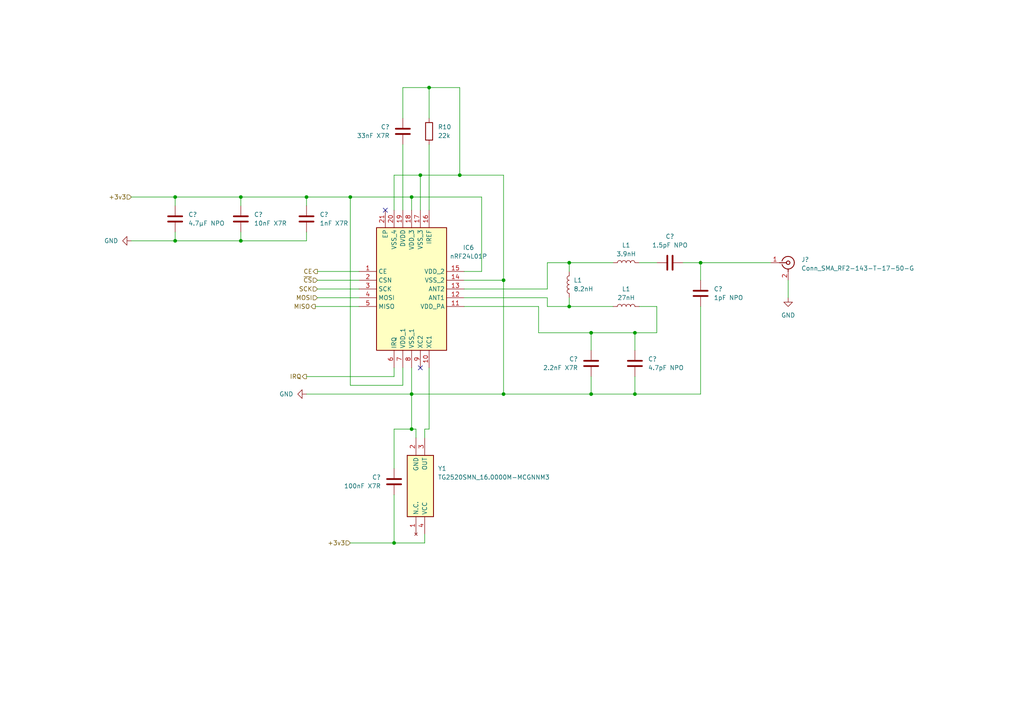
<source format=kicad_sch>
(kicad_sch (version 20230121) (generator eeschema)
  (paper "A4")
  (lib_symbols
    (symbol "Device:C" (pin_numbers hide) (pin_names (offset 0.254))
      (property "Reference" "C" (at 0.635 2.54 0))
      (property "Value" "C" (at 0.635 -2.54 0))
      (symbol "C_0_1"
        (polyline (pts (xy -2.032 -0.762) (xy 2.032 -0.762)) (stroke (width 0.508)))
        (polyline (pts (xy -2.032 0.762) (xy 2.032 0.762)) (stroke (width 0.508)))
      )
      (symbol "C_1_1"
        (pin passive line (at 0 3.81 270) (length 2.794) (name "~") (number "1"))
        (pin passive line (at 0 -3.81 90) (length 2.794) (name "~") (number "2"))
      )
    )
    (symbol "Device:L" (pin_numbers hide) (pin_names (offset 1.016) hide)
      (property "Reference" "L" (at -1.27 0 90))
      (property "Value" "L" (at 1.905 0 90))
      (symbol "L_0_1"
        (arc (start 0 -2.54) (mid 0.6323 -1.905) (end 0 -1.27))
        (arc (start 0 -1.27) (mid 0.6323 -0.635) (end 0 0))
        (arc (start 0 0) (mid 0.6323 0.635) (end 0 1.27))
        (arc (start 0 1.27) (mid 0.6323 1.905) (end 0 2.54))
      )
      (symbol "L_1_1"
        (pin passive line (at 0 3.81 270) (length 1.27) (name "1") (number "1"))
        (pin passive line (at 0 -3.81 90) (length 1.27) (name "2") (number "2"))
      )
    )
    (symbol "Device:R" (pin_numbers hide) (pin_names (offset 0))
      (property "Reference" "R" (at 2.032 0 90))
      (property "Value" "R" (at 0 0 90))
      (symbol "R_0_1"
        (rectangle (start -1.016 -2.54) (end 1.016 2.54) (stroke (width 0.254)))
      )
      (symbol "R_1_1"
        (pin passive line (at 0 3.81 270) (length 1.27) (name "~") (number "1"))
        (pin passive line (at 0 -3.81 90) (length 1.27) (name "~") (number "2"))
      )
    )
    (symbol "Downloads:Conn_SMA_RF2-143-T-17-50-G" (pin_names hide)
      (property "Reference" "J" (at 20.32 0 0))
      (property "Value" "Conn_SMA_RF2-143-T-17-50-G" (at 20.32 -2.54 0))
      (symbol "Conn_SMA_RF2-143-T-17-50-G_1_1"
        (polyline (pts (xy 2.54 0) (xy 4.572 0)) (stroke (width 0.254)))
        (polyline (pts (xy 5.08 -2.54) (xy 5.08 -1.778)) (stroke (width 0.254)))
        (arc (start 3.302 -0.508) (mid 5.302 -1.808) (end 6.858 0) (stroke (width 0.254)))
        (circle (center 5.08 0) (radius 0.508) (stroke (width 0.254)))
        (arc (start 6.858 0) (mid 5.302 1.8083) (end 3.302 0.508) (stroke (width 0.254)))
        (pin passive line (at 0 0 0) (length 2.54) (name "1") (number "1"))
        (pin passive line (at 5.08 -5.08 90) (length 2.54) (name "2") (number "2"))
      )
    )
    (symbol "Downloads:TG2520SMN_16.0000M-MCGNNM3"
      (property "Reference" "Y" (at 24.13 7.62 0))
      (property "Value" "TG2520SMN_16.0000M-MCGNNM3" (at 24.13 5.08 0))
      (symbol "TG2520SMN_16.0000M-MCGNNM3_1_1"
        (rectangle (start 5.08 2.54) (end 22.86 -5.08) (stroke (width 0.254)) (fill (type background)))
        (pin no_connect line (at 0 -2.54 0) (length 5.08) (name "N.C.") (number "1"))
        (pin passive line (at 27.94 -2.54 180) (length 5.08) (name "GND") (number "2"))
        (pin passive line (at 27.94 0 180) (length 5.08) (name "OUT") (number "3"))
        (pin passive line (at 0 0 0) (length 5.08) (name "VCC") (number "4"))
      )
    )
    (symbol "Downloads:nRF24L01P"
      (property "Reference" "IC" (at 26.67 17.78 0))
      (property "Value" "nRF24L01P" (at 26.67 15.24 0))
      (symbol "nRF24L01P_1_1"
        (rectangle (start 5.08 12.7) (end 25.4 -22.86) (stroke (width 0.254)) (fill (type background)))
        (pin passive line (at 0 0 0) (length 5.08) (name "CE") (number "1"))
        (pin passive line (at 20.32 -27.94 90) (length 5.08) (name "XC1") (number "10"))
        (pin power_in line (at 30.48 -10.16 180) (length 5.08) (name "VDD_PA") (number "11"))
        (pin passive line (at 30.48 -7.62 180) (length 5.08) (name "ANT1") (number "12"))
        (pin passive line (at 30.48 -5.08 180) (length 5.08) (name "ANT2") (number "13"))
        (pin power_in line (at 30.48 -2.54 180) (length 5.08) (name "VSS_2") (number "14"))
        (pin power_in line (at 30.48 0 180) (length 5.08) (name "VDD_2") (number "15"))
        (pin input line (at 20.32 17.78 270) (length 5.08) (name "IREF") (number "16"))
        (pin power_in line (at 17.78 17.78 270) (length 5.08) (name "VSS_3") (number "17"))
        (pin power_in line (at 15.24 17.78 270) (length 5.08) (name "VDD_3") (number "18"))
        (pin power_in line (at 12.7 17.78 270) (length 5.08) (name "DVDD") (number "19"))
        (pin input line (at 0 -2.54 0) (length 5.08) (name "CSN") (number "2"))
        (pin power_in line (at 10.16 17.78 270) (length 5.08) (name "VSS_4") (number "20"))
        (pin passive line (at 7.62 17.78 270) (length 5.08) (name "EP") (number "21"))
        (pin passive line (at 0 -5.08 0) (length 5.08) (name "SCK") (number "3"))
        (pin passive line (at 0 -7.62 0) (length 5.08) (name "MOSI") (number "4"))
        (pin passive line (at 0 -10.16 0) (length 5.08) (name "MISO") (number "5"))
        (pin passive line (at 10.16 -27.94 90) (length 5.08) (name "IRQ") (number "6"))
        (pin power_in line (at 12.7 -27.94 90) (length 5.08) (name "VDD_1") (number "7"))
        (pin power_in line (at 15.24 -27.94 90) (length 5.08) (name "VSS_1") (number "8"))
        (pin passive line (at 17.78 -27.94 90) (length 5.08) (name "XC2") (number "9"))
      )
    )
    (symbol "power:GND" (power) (pin_names (offset 0))
      (property "Value" "GND" (at 0 -3.81 0))
      (symbol "GND_0_1"
        (polyline (pts (xy 0 0) (xy 0 -1.27) (xy 1.27 -1.27) (xy 0 -2.54) (xy -1.27 -1.27) (xy 0 -1.27)))
      )
      (symbol "GND_1_1"
        (pin power_in line (at 0 0 270) (length 0) hide (name "GND") (number "1"))
      )
    )
  )
  (junction (at 101.6 57.15))
  (junction (at 165.1 76.2))
  (junction (at 114.3 157.48))
  (junction (at 69.85 57.15))
  (junction (at 171.45 96.52))
  (junction (at 124.46 25.4))
  (junction (at 121.92 50.8))
  (junction (at 203.2 76.2))
  (junction (at 50.8 69.85))
  (junction (at 119.38 57.15))
  (junction (at 184.15 114.3))
  (junction (at 146.05 81.28))
  (junction (at 133.35 50.8))
  (junction (at 184.15 96.52))
  (junction (at 50.8 57.15))
  (junction (at 165.1 88.9))
  (junction (at 88.9 57.15))
  (junction (at 146.05 114.3))
  (junction (at 171.45 114.3))
  (junction (at 119.38 124.46))
  (junction (at 69.85 69.85))
  (junction (at 119.38 114.3))
  (no_connect (at 121.92 106.68))
  (no_connect (at 111.76 60.96))
  (wire (pts (xy 156.21 96.52) (xy 171.45 96.52)))
  (wire (pts (xy 38.1 69.85) (xy 50.8 69.85)))
  (wire (pts (xy 114.3 109.22) (xy 114.3 106.68)))
  (wire (pts (xy 114.3 157.48) (xy 123.19 157.48)))
  (wire (pts (xy 134.62 86.36) (xy 158.75 86.36)))
  (wire (pts (xy 69.85 69.85) (xy 88.9 69.85)))
  (wire (pts (xy 120.65 124.46) (xy 120.65 127)))
  (wire (pts (xy 165.1 86.36) (xy 165.1 88.9)))
  (wire (pts (xy 119.38 114.3) (xy 119.38 106.68)))
  (wire (pts (xy 116.84 25.4) (xy 124.46 25.4)))
  (wire (pts (xy 184.15 114.3) (xy 203.2 114.3)))
  (wire (pts (xy 88.9 57.15) (xy 88.9 59.69)))
  (wire (pts (xy 92.075 83.82) (xy 104.14 83.82)))
  (wire (pts (xy 50.8 69.85) (xy 69.85 69.85)))
  (wire (pts (xy 121.92 50.8) (xy 121.92 60.96)))
  (wire (pts (xy 119.38 57.15) (xy 139.7 57.15)))
  (wire (pts (xy 198.12 76.2) (xy 203.2 76.2)))
  (wire (pts (xy 185.42 88.9) (xy 190.5 88.9)))
  (wire (pts (xy 185.42 76.2) (xy 190.5 76.2)))
  (wire (pts (xy 116.84 111.76) (xy 101.6 111.76)))
  (wire (pts (xy 91.44 88.9) (xy 104.14 88.9)))
  (wire (pts (xy 116.84 41.91) (xy 116.84 60.96)))
  (wire (pts (xy 88.9 69.85) (xy 88.9 67.31)))
  (wire (pts (xy 203.2 76.2) (xy 203.2 81.28)))
  (wire (pts (xy 171.45 96.52) (xy 171.45 101.6)))
  (wire (pts (xy 146.05 81.28) (xy 146.05 114.3)))
  (wire (pts (xy 139.7 78.74) (xy 134.62 78.74)))
  (wire (pts (xy 184.15 96.52) (xy 171.45 96.52)))
  (wire (pts (xy 114.3 50.8) (xy 121.92 50.8)))
  (wire (pts (xy 190.5 88.9) (xy 190.5 96.52)))
  (wire (pts (xy 123.19 124.46) (xy 123.19 127)))
  (wire (pts (xy 134.62 88.9) (xy 156.21 88.9)))
  (wire (pts (xy 146.05 114.3) (xy 119.38 114.3)))
  (wire (pts (xy 116.84 34.29) (xy 116.84 25.4)))
  (wire (pts (xy 158.75 88.9) (xy 165.1 88.9)))
  (wire (pts (xy 124.46 124.46) (xy 123.19 124.46)))
  (wire (pts (xy 88.9 114.3) (xy 119.38 114.3)))
  (wire (pts (xy 190.5 96.52) (xy 184.15 96.52)))
  (wire (pts (xy 158.75 86.36) (xy 158.75 88.9)))
  (wire (pts (xy 50.8 57.15) (xy 50.8 59.69)))
  (wire (pts (xy 119.38 124.46) (xy 120.65 124.46)))
  (wire (pts (xy 101.6 57.15) (xy 101.6 111.76)))
  (wire (pts (xy 158.75 76.2) (xy 165.1 76.2)))
  (wire (pts (xy 158.75 83.82) (xy 158.75 76.2)))
  (wire (pts (xy 165.1 76.2) (xy 165.1 78.74)))
  (wire (pts (xy 114.3 50.8) (xy 114.3 60.96)))
  (wire (pts (xy 124.46 106.68) (xy 124.46 124.46)))
  (wire (pts (xy 123.19 157.48) (xy 123.19 154.94)))
  (wire (pts (xy 124.46 41.91) (xy 124.46 60.96)))
  (wire (pts (xy 38.1 57.15) (xy 50.8 57.15)))
  (wire (pts (xy 134.62 83.82) (xy 158.75 83.82)))
  (wire (pts (xy 165.1 88.9) (xy 177.8 88.9)))
  (wire (pts (xy 114.3 143.51) (xy 114.3 157.48)))
  (wire (pts (xy 88.9 109.22) (xy 114.3 109.22)))
  (wire (pts (xy 139.7 57.15) (xy 139.7 78.74)))
  (wire (pts (xy 184.15 114.3) (xy 184.15 109.22)))
  (wire (pts (xy 171.45 109.22) (xy 171.45 114.3)))
  (wire (pts (xy 92.075 81.28) (xy 104.14 81.28)))
  (wire (pts (xy 119.38 60.96) (xy 119.38 57.15)))
  (wire (pts (xy 146.05 114.3) (xy 171.45 114.3)))
  (wire (pts (xy 203.2 114.3) (xy 203.2 88.9)))
  (wire (pts (xy 156.21 88.9) (xy 156.21 96.52)))
  (wire (pts (xy 228.6 81.28) (xy 228.6 86.36)))
  (wire (pts (xy 119.38 114.3) (xy 119.38 124.46)))
  (wire (pts (xy 121.92 50.8) (xy 133.35 50.8)))
  (wire (pts (xy 146.05 50.8) (xy 146.05 81.28)))
  (wire (pts (xy 50.8 67.31) (xy 50.8 69.85)))
  (wire (pts (xy 116.84 106.68) (xy 116.84 111.76)))
  (wire (pts (xy 101.6 57.15) (xy 88.9 57.15)))
  (wire (pts (xy 69.85 59.69) (xy 69.85 57.15)))
  (wire (pts (xy 119.38 57.15) (xy 101.6 57.15)))
  (wire (pts (xy 133.35 50.8) (xy 146.05 50.8)))
  (wire (pts (xy 184.15 96.52) (xy 184.15 101.6)))
  (wire (pts (xy 69.85 67.31) (xy 69.85 69.85)))
  (wire (pts (xy 92.075 86.36) (xy 104.14 86.36)))
  (wire (pts (xy 134.62 81.28) (xy 146.05 81.28)))
  (wire (pts (xy 171.45 114.3) (xy 184.15 114.3)))
  (wire (pts (xy 88.9 57.15) (xy 69.85 57.15)))
  (wire (pts (xy 203.2 76.2) (xy 223.52 76.2)))
  (wire (pts (xy 50.8 57.15) (xy 69.85 57.15)))
  (wire (pts (xy 124.46 34.29) (xy 124.46 25.4)))
  (wire (pts (xy 114.3 135.89) (xy 114.3 124.46)))
  (wire (pts (xy 165.1 76.2) (xy 177.8 76.2)))
  (wire (pts (xy 92.075 78.74) (xy 104.14 78.74)))
  (wire (pts (xy 124.46 25.4) (xy 133.35 25.4)))
  (wire (pts (xy 133.35 25.4) (xy 133.35 50.8)))
  (wire (pts (xy 114.3 124.46) (xy 119.38 124.46)))
  (wire (pts (xy 101.6 157.48) (xy 114.3 157.48)))
  (hierarchical_label "MOSI" (shape input) (at 92.075 86.36 180))
  (hierarchical_label "+3v3" (shape input) (at 38.1 57.15 180))
  (hierarchical_label "IRQ" (shape output) (at 88.9 109.22 180))
  (hierarchical_label "SCK" (shape input) (at 92.075 83.82 180))
  (hierarchical_label "~{CS}" (shape input) (at 92.075 81.28 180))
  (hierarchical_label "MISO" (shape output) (at 91.44 88.9 180))
  (hierarchical_label "CE" (shape output) (at 92.075 78.74 180))
  (hierarchical_label "+3v3" (shape input) (at 101.6 157.48 180))
  (symbol (lib_id "power:GND") (at 38.1 69.85 270) (unit 1)
    (property "Reference" "#PWR09" (effects hide))
    (property "Value" "GND" (at 34.29 69.85 90) (effects (justify right)))
  )
  (symbol (lib_id "power:GND") (at 228.6 86.36 0) (unit 1)
    (property "Reference" "#PWR018" (effects hide))
    (property "Value" "GND" (at 228.6 91.44 0))
    (instances (project "FlipperRP2040_DevBoard" (path "" (reference "#PWR018") (unit 1)) (path "" (reference "#PWR019") (unit 1))))
  )
  (symbol (lib_id "Device:L") (at 165.1 82.55 180) (unit 1)
    (property "Reference" "L1" (at 166.37 81.28 0) (effects (justify right)))
    (property "Value" "8.2nH" (at 166.37 83.82 0) (effects (justify right)))
    (property "Footprint" "Inductor_SMD:L_0402_1005Metric" (effects hide))
  )
  (symbol (lib_id "Device:C") (at 194.31 76.2 270) (unit 1)
    (property "Reference" "C?" (at 194.31 68.58 90))
    (property "Value" "1.5pF NPO" (at 194.31 71.12 90))
    (property "Footprint" "Capacitor_SMD:C_0402_1005Metric" (effects hide))
    (instances (project "FlipperRP2040_DevBoard" (path "" (reference "C?") (unit 1)) (path "" (reference "C14") (unit 1))))
  )
  (symbol (lib_id "Device:C") (at 69.85 63.5 180) (unit 1)
    (property "Reference" "C?" (at 73.66 62.23 0) (effects (justify right)))
    (property "Value" "10nF X7R" (at 73.66 64.77 0) (effects (justify right)))
    (property "Footprint" "Capacitor_SMD:C_0402_1005Metric" (effects hide))
    (instances (project "FlipperRP2040_DevBoard" (path "" (reference "C?") (unit 1)) (path "" (reference "C8") (unit 1))))
  )
  (symbol (lib_id "Device:C") (at 171.45 105.41 0) (mirror x) (unit 1)
    (property "Reference" "C?" (at 167.64 104.14 0) (effects (justify right)))
    (property "Value" "2.2nF X7R" (at 167.64 106.68 0) (effects (justify right)))
    (property "Footprint" "Capacitor_SMD:C_0402_1005Metric" (effects hide))
    (instances (project "FlipperRP2040_DevBoard" (path "" (reference "C?") (unit 1)) (path "" (reference "C12") (unit 1))))
  )
  (symbol (lib_id "Device:C") (at 184.15 105.41 180) (unit 1)
    (property "Reference" "C?" (at 187.96 104.14 0) (effects (justify right)))
    (property "Value" "4.7pF NPO" (at 187.96 106.68 0) (effects (justify right)))
    (property "Footprint" "Capacitor_SMD:C_0402_1005Metric" (effects hide))
    (instances (project "FlipperRP2040_DevBoard" (path "" (reference "C?") (unit 1)) (path "" (reference "C13") (unit 1))))
  )
  (symbol (lib_id "Device:C") (at 114.3 139.7 0) (mirror x) (unit 1)
    (property "Reference" "C?" (at 110.49 138.43 0) (effects (justify right)))
    (property "Value" "100nF X7R" (at 110.49 140.97 0) (effects (justify right)))
    (property "Footprint" "Capacitor_SMD:C_0402_1005Metric" (effects hide))
    (instances (project "FlipperRP2040_DevBoard" (path "" (reference "C?") (unit 1)) (path "" (reference "C10") (unit 1))))
  )
  (symbol (lib_id "Device:L") (at 181.61 88.9 90) (unit 1)
    (property "Reference" "L1" (at 181.61 83.82 90))
    (property "Value" "27nH" (at 181.61 86.36 90))
    (property "Footprint" "Inductor_SMD:L_0402_1005Metric" (effects hide))
    (instances (project "FlipperRP2040_DevBoard" (path "" (reference "L1") (unit 1)) (path "" (reference "L3") (unit 1))))
  )
  (symbol (lib_id "Device:C") (at 203.2 85.09 180) (unit 1)
    (property "Reference" "C?" (at 207.01 83.82 0) (effects (justify right)))
    (property "Value" "1pF NPO" (at 207.01 86.36 0) (effects (justify right)))
    (property "Footprint" "Capacitor_SMD:C_0402_1005Metric" (effects hide))
    (instances (project "FlipperRP2040_DevBoard" (path "" (reference "C?") (unit 1)) (path "" (reference "C15") (unit 1))))
  )
  (symbol (lib_id "Downloads:TG2520SMN_16.0000M-MCGNNM3") (at 123.19 154.94 270) (mirror x) (unit 1)
    (property "Reference" "Y1" (at 127 135.89 90) (effects (justify left)))
    (property "Value" "TG2520SMN_16.0000M-MCGNNM3" (at 127 138.43 90) (effects (justify left)))
    (property "Footprint" "Downloads:TG2520SMN160000MMCGNNM3" (effects hide))
    (property "Datasheet" "https://eu.mouser.com/datasheet/2/137/Epson_TG2016SMN_en_1649545-1889946.pdf" (effects hide))
    (property "Height" "0.8" (effects hide))
    (property "Manufacturer_Name" "Epson Timing" (effects hide))
    (property "Manufacturer_Part_Number" "TG2520SMN 16.0000M-MCGNNM3" (effects hide))
    (property "Mouser Part Number" "732-TG252S16MCGNNM3" (effects hide))
    (property "Mouser Price/Stock" "https://www.mouser.co.uk/ProductDetail/Epson-Timing/TG2520SMN-16.0000M-MCGNNM3?qs=GBLSl2AkirsRqLAXo34J%252Bw%3D%3D" (effects hide))
  )
  (symbol (lib_id "Device:C") (at 116.84 38.1 0) (mirror x) (unit 1)
    (property "Reference" "C?" (at 113.03 36.83 0) (effects (justify right)))
    (property "Value" "33nF X7R" (at 113.03 39.37 0) (effects (justify right)))
    (property "Footprint" "Capacitor_SMD:C_0402_1005Metric" (effects hide))
    (instances (project "FlipperRP2040_DevBoard" (path "" (reference "C?") (unit 1)) (path "" (reference "C11") (unit 1))))
  )
  (symbol (lib_id "Downloads:Conn_SMA_RF2-143-T-17-50-G") (at 223.52 76.2 0) (unit 1)
    (property "Reference" "J?" (at 232.41 75.2867 0) (effects (justify left)))
    (property "Value" "Conn_SMA_RF2-143-T-17-50-G" (at 232.41 77.8267 0) (effects (justify left)))
    (property "Footprint" "Downloads:RF_SMA_BoardEdge_RF2-143-T-17-50-G" (effects hide))
    (property "Datasheet" "https://www.tme.eu/Document/613028b507cfc72671e78c1d2ad14b1d/RF2-154-T-17-50-G.pdf" (effects hide))
    (property "MPN" "RF2-143-T-17-50-G" (effects hide))
    (property "Manufacturer" "Adam Tech" (effects hide))
    (property "Author" "Antmicro" (effects hide))
    (property "License" "Apache-2.0" (effects hide))
    (instances (project "FlipperRP2040_DevBoard" (path "" (reference "J?") (unit 1)) (path "" (reference "J1") (unit 1))))
  )
  (symbol (lib_id "Device:L") (at 181.61 76.2 90) (unit 1)
    (property "Reference" "L1" (at 181.61 71.12 90))
    (property "Value" "3.9nH" (at 181.61 73.66 90))
    (property "Footprint" "Inductor_SMD:L_0402_1005Metric" (effects hide))
    (instances (project "FlipperRP2040_DevBoard" (path "" (reference "L1") (unit 1)) (path "" (reference "L2") (unit 1))))
  )
  (symbol (lib_id "Downloads:nRF24L01P") (at 104.14 78.74 0) (unit 1)
    (property "Reference" "IC6" (at 135.89 71.8119 0))
    (property "Value" "nRF24L01P" (at 135.89 74.3519 0))
    (property "Footprint" "Downloads:QFN50P400X400X95-21N-D" (effects hide))
    (property "Height" "0.95" (effects hide))
    (property "Manufacturer_Name" "Nordic Semiconductor" (effects hide))
    (property "Manufacturer_Part_Number" "nRF24L01P" (effects hide))
    (property "Mouser Part Number" "949-NRF24L01P" (effects hide))
    (property "Mouser Price/Stock" "https://www.mouser.co.uk/ProductDetail/Nordic-Semiconductor/NRF24L01P?qs=yqaQSyyJnNiKlgjT8AqoOw%3D%3D" (effects hide))
  )
  (symbol (lib_id "Device:R") (at 124.46 38.1 0) (unit 1)
    (property "Reference" "R10" (at 127 36.83 0) (effects (justify left)))
    (property "Value" "22k" (at 127 39.37 0) (effects (justify left)))
    (property "Footprint" "Resistor_SMD:R_0402_1005Metric" (effects hide))
    (instances (project "FlipperRP2040_DevBoard" (path "" (reference "R10") (unit 1)) (path "" (reference "R9") (unit 1))))
  )
  (symbol (lib_id "Device:C") (at 88.9 63.5 180) (unit 1)
    (property "Reference" "C?" (at 92.71 62.23 0) (effects (justify right)))
    (property "Value" "1nF X7R" (at 92.71 64.77 0) (effects (justify right)))
    (property "Footprint" "Capacitor_SMD:C_0402_1005Metric" (effects hide))
    (instances (project "FlipperRP2040_DevBoard" (path "" (reference "C?") (unit 1)) (path "" (reference "C9") (unit 1))))
  )
  (symbol (lib_id "power:GND") (at 88.9 114.3 270) (unit 1)
    (property "Reference" "#PWR09" (effects hide))
    (property "Value" "GND" (at 85.09 114.3 90) (effects (justify right)))
    (instances (project "FlipperRP2040_DevBoard" (path "" (reference "#PWR09") (unit 1)) (path "" (reference "#PWR010") (unit 1))))
  )
  (symbol (lib_id "Device:C") (at 50.8 63.5 180) (unit 1)
    (property "Reference" "C?" (at 54.61 62.23 0) (effects (justify right)))
    (property "Value" "4.7µF NPO" (at 54.61 64.77 0) (effects (justify right)))
    (property "Footprint" "Capacitor_SMD:C_0402_1005Metric" (effects hide))
    (instances (project "FlipperRP2040_DevBoard" (path "" (reference "C?") (unit 1)) (path "" (reference "C7") (unit 1))))
  )
)
</source>
